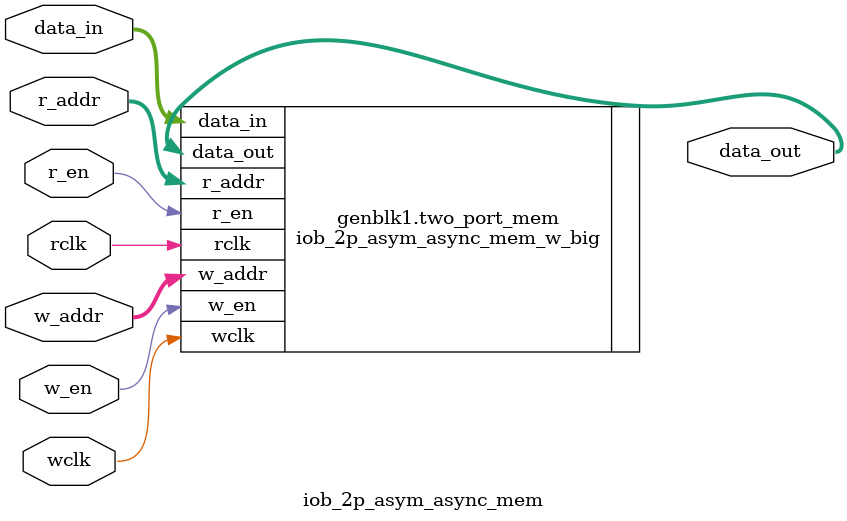
<source format=v>
`timescale 1ns / 1ps

module iob_2p_asym_async_mem 
	#(
		parameter W_DATA_W = 16,
		parameter W_ADDR_W = 6,
		parameter R_DATA_W = 8,
		parameter R_ADDR_W = 7
	)
	(
		//Inputs
	 input 		       wclk, //write clock
         input 		       w_en, //write enable
         input [W_DATA_W-1:0]  data_in, //Input data to write port
         input [W_ADDR_W-1:0]  w_addr, //address for write port
	 input 		       rclk, //read clock
         input [R_ADDR_W-1:0]  r_addr, //address for read port
         input 		       r_en,
        //Outputs
         output [R_DATA_W-1:0] data_out //output port
    );
    
    generate
    	if (W_DATA_W > R_DATA_W)
    	begin
    		iob_2p_asym_async_mem_w_big #(
    			.W_DATA_W(W_DATA_W),
    		 	.W_ADDR_W(W_ADDR_W),
    		 	.R_DATA_W(R_DATA_W),
    		 	.R_ADDR_W(R_ADDR_W)
    		 ) two_port_mem (
    		 	.wclk(wclk),
    		 	.w_en(w_en),
    		 	.data_in(data_in),
    		 	.w_addr(w_addr),
			.rclk(rclk),
    		 	.r_addr(r_addr),
    		 	.r_en(r_en),
    		 	.data_out(data_out)
    		 );
    	end
    	else if (W_DATA_W == R_DATA_W)
	  begin
	     iob_2p_async_mem #(
				.DATA_W(W_DATA_W),
				.ADDR_W(W_ADDR_W)
				) two_port_mem (
	 					.wclk(wclk),
    		 				.w_en(w_en),
    		 				.data_in(data_in),
    		 				.w_addr(w_addr),
						.rclk(rclk),
    		 				.r_addr(r_addr),
    		 				.r_en(r_en),
    		 				.data_out(data_out)
						);
	  end // if (W_DATA_W == R_DATA_W)
	else
    	begin
    		iob_2p_asym_async_mem_r_big #(
    			.W_DATA_W(W_DATA_W),
    		 	.W_ADDR_W(W_ADDR_W),
    		 	.R_DATA_W(R_DATA_W),
    		 	.R_ADDR_W(R_ADDR_W)
    		 ) two_port_mem (
    		 	.wclk(wclk),
    		 	.w_en(w_en),
    		 	.data_in(data_in),
    		 	.w_addr(w_addr),
			.rclk(rclk),
    		 	.r_addr(r_addr),
    		 	.r_en(r_en),
    		 	.data_out(data_out)
    		 );
    	end
    endgenerate
endmodule
    

</source>
